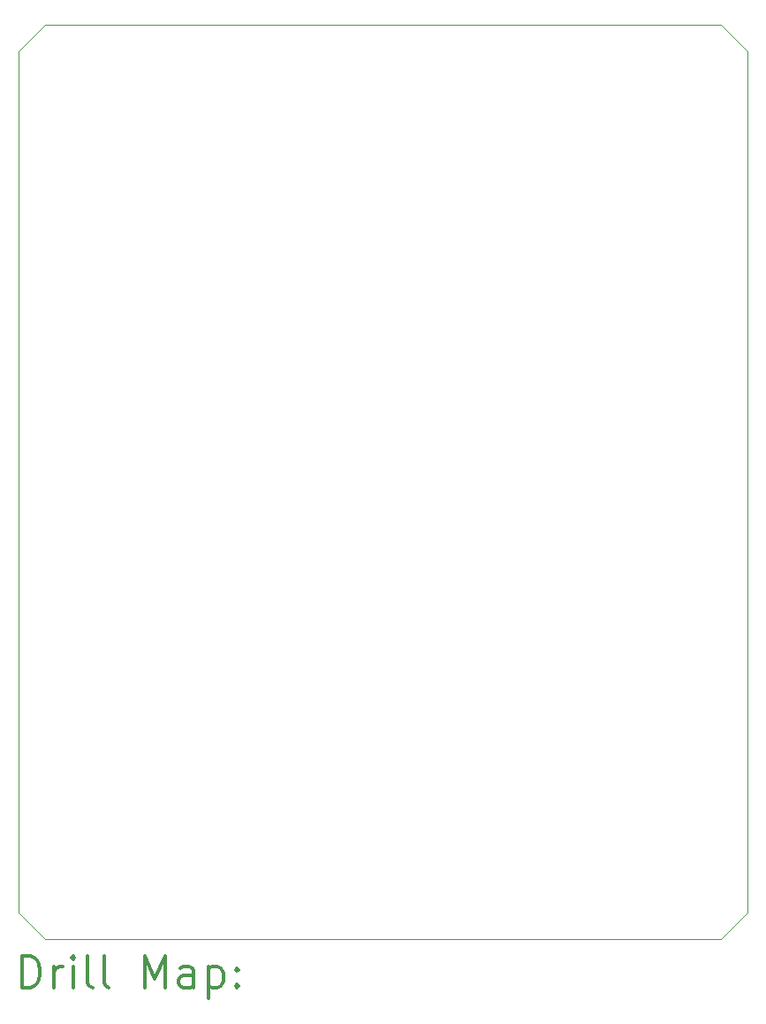
<source format=gbr>
%FSLAX45Y45*%
G04 Gerber Fmt 4.5, Leading zero omitted, Abs format (unit mm)*
G04 Created by KiCad (PCBNEW 5.1.10-88a1d61d58~88~ubuntu20.04.1) date 2021-07-15 22:03:34*
%MOMM*%
%LPD*%
G01*
G04 APERTURE LIST*
%TA.AperFunction,Profile*%
%ADD10C,0.050000*%
%TD*%
%ADD11C,0.200000*%
%ADD12C,0.300000*%
G04 APERTURE END LIST*
D10*
X6654800Y-13690600D02*
X6908800Y-13944600D01*
X6908800Y-5194300D02*
X6654800Y-5448300D01*
X13639800Y-5448300D02*
X13385800Y-5194300D01*
X13385800Y-13944600D02*
X13639800Y-13690600D01*
X6654800Y-13690600D02*
X6654800Y-5448300D01*
X13385800Y-13944600D02*
X6908800Y-13944600D01*
X13639800Y-5448300D02*
X13639800Y-13690600D01*
X6908800Y-5194300D02*
X13385800Y-5194300D01*
D11*
D12*
X6691228Y-14412814D02*
X6691228Y-14112814D01*
X6762657Y-14112814D01*
X6805514Y-14127100D01*
X6834086Y-14155671D01*
X6848371Y-14184243D01*
X6862657Y-14241386D01*
X6862657Y-14284243D01*
X6848371Y-14341386D01*
X6834086Y-14369957D01*
X6805514Y-14398529D01*
X6762657Y-14412814D01*
X6691228Y-14412814D01*
X6991228Y-14412814D02*
X6991228Y-14212814D01*
X6991228Y-14269957D02*
X7005514Y-14241386D01*
X7019800Y-14227100D01*
X7048371Y-14212814D01*
X7076943Y-14212814D01*
X7176943Y-14412814D02*
X7176943Y-14212814D01*
X7176943Y-14112814D02*
X7162657Y-14127100D01*
X7176943Y-14141386D01*
X7191228Y-14127100D01*
X7176943Y-14112814D01*
X7176943Y-14141386D01*
X7362657Y-14412814D02*
X7334086Y-14398529D01*
X7319800Y-14369957D01*
X7319800Y-14112814D01*
X7519800Y-14412814D02*
X7491228Y-14398529D01*
X7476943Y-14369957D01*
X7476943Y-14112814D01*
X7862657Y-14412814D02*
X7862657Y-14112814D01*
X7962657Y-14327100D01*
X8062657Y-14112814D01*
X8062657Y-14412814D01*
X8334086Y-14412814D02*
X8334086Y-14255671D01*
X8319800Y-14227100D01*
X8291228Y-14212814D01*
X8234086Y-14212814D01*
X8205514Y-14227100D01*
X8334086Y-14398529D02*
X8305514Y-14412814D01*
X8234086Y-14412814D01*
X8205514Y-14398529D01*
X8191228Y-14369957D01*
X8191228Y-14341386D01*
X8205514Y-14312814D01*
X8234086Y-14298529D01*
X8305514Y-14298529D01*
X8334086Y-14284243D01*
X8476943Y-14212814D02*
X8476943Y-14512814D01*
X8476943Y-14227100D02*
X8505514Y-14212814D01*
X8562657Y-14212814D01*
X8591229Y-14227100D01*
X8605514Y-14241386D01*
X8619800Y-14269957D01*
X8619800Y-14355671D01*
X8605514Y-14384243D01*
X8591229Y-14398529D01*
X8562657Y-14412814D01*
X8505514Y-14412814D01*
X8476943Y-14398529D01*
X8748371Y-14384243D02*
X8762657Y-14398529D01*
X8748371Y-14412814D01*
X8734086Y-14398529D01*
X8748371Y-14384243D01*
X8748371Y-14412814D01*
X8748371Y-14227100D02*
X8762657Y-14241386D01*
X8748371Y-14255671D01*
X8734086Y-14241386D01*
X8748371Y-14227100D01*
X8748371Y-14255671D01*
M02*

</source>
